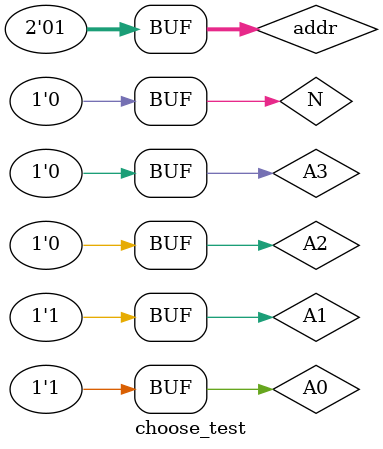
<source format=v>
`timescale 1ns / 1ps


module choose_test;

	// Inputs
	reg A0;
	reg A1;
	reg A2;
	reg A3;
	reg [1:0] addr;
	reg N;

	// Outputs
	wire M;

	// Instantiate the Unit Under Test (UUT)
	choose uut (
		.A0(A0), 
		.A1(A1), 
		.A2(A2), 
		.A3(A3), 
		.addr(addr), 
		.M(M), 
		.N(N)
	);

	initial begin
		// Initialize Inputs
		A0 = 0;
		A1 = 0;
		A2 = 0;
		A3 = 0;
		addr = 0;
		N = 0;

	#10 A0=1;
	#10 A1=1;
	#10 addr=01;

	end
      
endmodule


</source>
